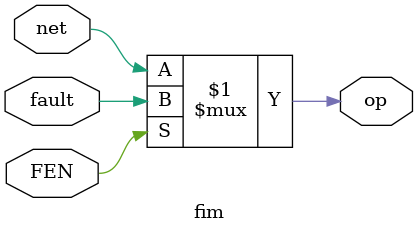
<source format=v>

module fim 
(
    input fault, net, FEN,
    output op 
);
    assign op = FEN ? fault : net;
endmodule
</source>
